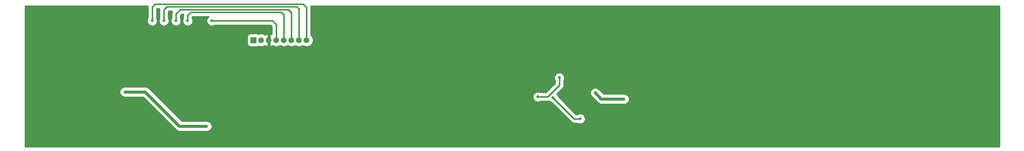
<source format=gbr>
%TF.GenerationSoftware,KiCad,Pcbnew,(5.1.8)-1*%
%TF.CreationDate,2021-02-16T03:44:48+08:00*%
%TF.ProjectId,VFD,5646442e-6b69-4636-9164-5f7063625858,rev?*%
%TF.SameCoordinates,Original*%
%TF.FileFunction,Copper,L2,Bot*%
%TF.FilePolarity,Positive*%
%FSLAX46Y46*%
G04 Gerber Fmt 4.6, Leading zero omitted, Abs format (unit mm)*
G04 Created by KiCad (PCBNEW (5.1.8)-1) date 2021-02-16 03:44:48*
%MOMM*%
%LPD*%
G01*
G04 APERTURE LIST*
%TA.AperFunction,ComponentPad*%
%ADD10O,1.000000X1.000000*%
%TD*%
%TA.AperFunction,ComponentPad*%
%ADD11R,1.000000X1.000000*%
%TD*%
%TA.AperFunction,ViaPad*%
%ADD12C,0.500000*%
%TD*%
%TA.AperFunction,Conductor*%
%ADD13C,0.508000*%
%TD*%
%TA.AperFunction,Conductor*%
%ADD14C,0.254000*%
%TD*%
%TA.AperFunction,Conductor*%
%ADD15C,0.100000*%
%TD*%
G04 APERTURE END LIST*
D10*
%TO.P,J1,8*%
%TO.N,Net-(J1-Pad8)*%
X121636000Y-99096000D03*
%TO.P,J1,7*%
%TO.N,Net-(J1-Pad7)*%
X120366000Y-99096000D03*
%TO.P,J1,6*%
%TO.N,Net-(J1-Pad6)*%
X119096000Y-99096000D03*
%TO.P,J1,5*%
%TO.N,Net-(J1-Pad5)*%
X117826000Y-99096000D03*
%TO.P,J1,4*%
%TO.N,Net-(J1-Pad4)*%
X116556000Y-99096000D03*
%TO.P,J1,3*%
%TO.N,GND*%
X115286000Y-99096000D03*
%TO.P,J1,2*%
%TO.N,EN*%
X114016000Y-99096000D03*
D11*
%TO.P,J1,1*%
%TO.N,+5V*%
X112746000Y-99096000D03*
%TD*%
D12*
%TO.N,GND*%
X237594000Y-93730000D03*
X237594000Y-94730000D03*
X237594000Y-95730000D03*
X237594000Y-96730000D03*
X237594000Y-97730000D03*
X237594000Y-98730000D03*
X237594000Y-99730000D03*
X237594000Y-100730000D03*
X237594000Y-101730000D03*
X237594000Y-102730000D03*
X237594000Y-103730000D03*
X237594000Y-104730000D03*
X237594000Y-105730000D03*
X237594000Y-106730000D03*
X237594000Y-107730000D03*
X237594000Y-108730000D03*
X237594000Y-109730000D03*
X237594000Y-110730000D03*
X237594000Y-111730000D03*
X237594000Y-112730000D03*
X237594000Y-113730000D03*
X237594000Y-114730000D03*
X237594000Y-115730000D03*
X74646000Y-93762000D03*
X74646000Y-94762000D03*
X74646000Y-95762000D03*
X74646000Y-96762000D03*
X74646000Y-97762000D03*
X74646000Y-98762000D03*
X74646000Y-99762000D03*
X74646000Y-100762000D03*
X74646000Y-101762000D03*
X74646000Y-102762000D03*
X74646000Y-103762000D03*
X74646000Y-104762000D03*
X74646000Y-105762000D03*
X74646000Y-106762000D03*
X74646000Y-107762000D03*
X74646000Y-108762000D03*
X74646000Y-109762000D03*
X74646000Y-110762000D03*
X74646000Y-111762000D03*
X74646000Y-112762000D03*
X74646000Y-113762000D03*
X74646000Y-114762000D03*
X74646000Y-115762000D03*
X74646000Y-116762000D03*
X86584000Y-96048000D03*
X99538000Y-100874000D03*
X109698000Y-110526000D03*
X95474000Y-105954000D03*
X134336000Y-112304000D03*
X170912000Y-104176000D03*
X166086000Y-109256000D03*
X110650000Y-97150000D03*
X237594000Y-116622000D03*
%TO.N,+5V*%
X91089000Y-107810000D03*
X104849000Y-113574000D03*
%TO.N,Net-(C4-Pad1)*%
X160498000Y-108647000D03*
X164081000Y-105435000D03*
%TO.N,Net-(J1-Pad8)*%
X95660000Y-95850000D03*
%TO.N,Net-(J1-Pad7)*%
X97660000Y-95850000D03*
%TO.N,Net-(J1-Pad6)*%
X99660000Y-95860000D03*
%TO.N,Net-(J1-Pad5)*%
X101650000Y-95850000D03*
%TO.N,Net-(J1-Pad4)*%
X105670000Y-95850000D03*
%TO.N,Net-(R1-Pad2)*%
X163038000Y-108748000D03*
X167588500Y-112304000D03*
%TO.N,/F2*%
X174976000Y-109002000D03*
X170139000Y-107975000D03*
%TD*%
D13*
%TO.N,+5V*%
X94536000Y-107810000D02*
X91089000Y-107810000D01*
X100300000Y-113574000D02*
X94536000Y-107810000D01*
X104849000Y-113574000D02*
X100300000Y-113574000D01*
D14*
%TO.N,Net-(C4-Pad1)*%
X164081000Y-106689000D02*
X162123000Y-108647000D01*
X164081000Y-105435000D02*
X164081000Y-106689000D01*
X162123000Y-108647000D02*
X160498000Y-108647000D01*
%TO.N,Net-(J1-Pad8)*%
X95660000Y-95850000D02*
X95660000Y-93560000D01*
X95660000Y-93560000D02*
X96155190Y-93064810D01*
X96155190Y-93064810D02*
X121094810Y-93064810D01*
X121636000Y-93606000D02*
X121636000Y-99096000D01*
X121094810Y-93064810D02*
X121636000Y-93606000D01*
%TO.N,Net-(J1-Pad7)*%
X120366000Y-99096000D02*
X120366000Y-93852620D01*
X120366000Y-93852620D02*
X120010000Y-93496620D01*
X120010000Y-93496620D02*
X98153380Y-93496620D01*
X97660000Y-93990000D02*
X97660000Y-95850000D01*
X98153380Y-93496620D02*
X97660000Y-93990000D01*
%TO.N,Net-(J1-Pad6)*%
X99660000Y-95860000D02*
X99660000Y-94668430D01*
X99660000Y-94668430D02*
X100400000Y-93928430D01*
X100400000Y-93928430D02*
X118558430Y-93928430D01*
X119096000Y-94466000D02*
X119096000Y-99096000D01*
X118558430Y-93928430D02*
X119096000Y-94466000D01*
%TO.N,Net-(J1-Pad5)*%
X117826000Y-99096000D02*
X117826000Y-94786240D01*
X117826000Y-94786240D02*
X117400000Y-94360240D01*
X117400000Y-94360240D02*
X102169760Y-94360240D01*
X101650000Y-94880000D02*
X101650000Y-95850000D01*
X102169760Y-94360240D02*
X101650000Y-94880000D01*
%TO.N,Net-(J1-Pad4)*%
X105670000Y-95850000D02*
X115930000Y-95850000D01*
X116556000Y-96476000D02*
X116556000Y-99096000D01*
X115930000Y-95850000D02*
X116556000Y-96476000D01*
%TO.N,Net-(R1-Pad2)*%
X167588500Y-112304000D02*
X166594000Y-112304000D01*
X166594000Y-112304000D02*
X164562000Y-110272000D01*
X164562000Y-110272000D02*
X163038000Y-108748000D01*
D13*
%TO.N,/F2*%
X171166000Y-109002000D02*
X174976000Y-109002000D01*
X170139000Y-107975000D02*
X171166000Y-109002000D01*
%TD*%
D14*
%TO.N,GND*%
X94909027Y-93410622D02*
X94894314Y-93560000D01*
X94898001Y-93597433D01*
X94898000Y-95397455D01*
X94875723Y-95430795D01*
X94809010Y-95591855D01*
X94775000Y-95762835D01*
X94775000Y-95937165D01*
X94809010Y-96108145D01*
X94875723Y-96269205D01*
X94972576Y-96414155D01*
X95095845Y-96537424D01*
X95240795Y-96634277D01*
X95401855Y-96700990D01*
X95572835Y-96735000D01*
X95747165Y-96735000D01*
X95918145Y-96700990D01*
X96079205Y-96634277D01*
X96224155Y-96537424D01*
X96347424Y-96414155D01*
X96444277Y-96269205D01*
X96510990Y-96108145D01*
X96545000Y-95937165D01*
X96545000Y-95762835D01*
X96510990Y-95591855D01*
X96444277Y-95430795D01*
X96422000Y-95397455D01*
X96422000Y-93875630D01*
X96470820Y-93826810D01*
X96913216Y-93826810D01*
X96909026Y-93840623D01*
X96900378Y-93928430D01*
X96894314Y-93990000D01*
X96898000Y-94027424D01*
X96898001Y-95397454D01*
X96875723Y-95430795D01*
X96809010Y-95591855D01*
X96775000Y-95762835D01*
X96775000Y-95937165D01*
X96809010Y-96108145D01*
X96875723Y-96269205D01*
X96972576Y-96414155D01*
X97095845Y-96537424D01*
X97240795Y-96634277D01*
X97401855Y-96700990D01*
X97572835Y-96735000D01*
X97747165Y-96735000D01*
X97918145Y-96700990D01*
X98079205Y-96634277D01*
X98224155Y-96537424D01*
X98347424Y-96414155D01*
X98444277Y-96269205D01*
X98510990Y-96108145D01*
X98545000Y-95937165D01*
X98545000Y-95762835D01*
X98510990Y-95591855D01*
X98444277Y-95430795D01*
X98422000Y-95397455D01*
X98422000Y-94305630D01*
X98469009Y-94258620D01*
X99015026Y-94258620D01*
X98952599Y-94375415D01*
X98909027Y-94519052D01*
X98894314Y-94668430D01*
X98898001Y-94705863D01*
X98898000Y-95407455D01*
X98875723Y-95440795D01*
X98809010Y-95601855D01*
X98775000Y-95772835D01*
X98775000Y-95947165D01*
X98809010Y-96118145D01*
X98875723Y-96279205D01*
X98972576Y-96424155D01*
X99095845Y-96547424D01*
X99240795Y-96644277D01*
X99401855Y-96710990D01*
X99572835Y-96745000D01*
X99747165Y-96745000D01*
X99918145Y-96710990D01*
X100079205Y-96644277D01*
X100224155Y-96547424D01*
X100347424Y-96424155D01*
X100444277Y-96279205D01*
X100510990Y-96118145D01*
X100545000Y-95947165D01*
X100545000Y-95772835D01*
X100510990Y-95601855D01*
X100444277Y-95440795D01*
X100422000Y-95407455D01*
X100422000Y-94984060D01*
X100715631Y-94690430D01*
X100911218Y-94690430D01*
X100899026Y-94730623D01*
X100888000Y-94842574D01*
X100884314Y-94880000D01*
X100888000Y-94917424D01*
X100888001Y-95397454D01*
X100865723Y-95430795D01*
X100799010Y-95591855D01*
X100765000Y-95762835D01*
X100765000Y-95937165D01*
X100799010Y-96108145D01*
X100865723Y-96269205D01*
X100962576Y-96414155D01*
X101085845Y-96537424D01*
X101230795Y-96634277D01*
X101391855Y-96700990D01*
X101562835Y-96735000D01*
X101737165Y-96735000D01*
X101908145Y-96700990D01*
X102069205Y-96634277D01*
X102214155Y-96537424D01*
X102337424Y-96414155D01*
X102434277Y-96269205D01*
X102500990Y-96108145D01*
X102535000Y-95937165D01*
X102535000Y-95762835D01*
X102500990Y-95591855D01*
X102434277Y-95430795D01*
X102412000Y-95397455D01*
X102412000Y-95195630D01*
X102485390Y-95122240D01*
X105166212Y-95122240D01*
X105105845Y-95162576D01*
X104982576Y-95285845D01*
X104885723Y-95430795D01*
X104819010Y-95591855D01*
X104785000Y-95762835D01*
X104785000Y-95937165D01*
X104819010Y-96108145D01*
X104885723Y-96269205D01*
X104982576Y-96414155D01*
X105105845Y-96537424D01*
X105250795Y-96634277D01*
X105411855Y-96700990D01*
X105582835Y-96735000D01*
X105757165Y-96735000D01*
X105928145Y-96700990D01*
X106089205Y-96634277D01*
X106122545Y-96612000D01*
X115614370Y-96612000D01*
X115794000Y-96791630D01*
X115794001Y-98085688D01*
X115642864Y-98018554D01*
X115587874Y-98001881D01*
X115413000Y-98128046D01*
X115413000Y-98969000D01*
X115424026Y-98969000D01*
X115421000Y-98984212D01*
X115421000Y-99207788D01*
X115424026Y-99223000D01*
X115413000Y-99223000D01*
X115413000Y-100063954D01*
X115587874Y-100190119D01*
X115642864Y-100173446D01*
X115846206Y-100083123D01*
X115916342Y-100033647D01*
X116018376Y-100101824D01*
X116224933Y-100187383D01*
X116444212Y-100231000D01*
X116667788Y-100231000D01*
X116887067Y-100187383D01*
X117093624Y-100101824D01*
X117191000Y-100036759D01*
X117288376Y-100101824D01*
X117494933Y-100187383D01*
X117714212Y-100231000D01*
X117937788Y-100231000D01*
X118157067Y-100187383D01*
X118363624Y-100101824D01*
X118461000Y-100036759D01*
X118558376Y-100101824D01*
X118764933Y-100187383D01*
X118984212Y-100231000D01*
X119207788Y-100231000D01*
X119427067Y-100187383D01*
X119633624Y-100101824D01*
X119731000Y-100036759D01*
X119828376Y-100101824D01*
X120034933Y-100187383D01*
X120254212Y-100231000D01*
X120477788Y-100231000D01*
X120697067Y-100187383D01*
X120903624Y-100101824D01*
X121001000Y-100036759D01*
X121098376Y-100101824D01*
X121304933Y-100187383D01*
X121524212Y-100231000D01*
X121747788Y-100231000D01*
X121967067Y-100187383D01*
X122173624Y-100101824D01*
X122359520Y-99977612D01*
X122517612Y-99819520D01*
X122641824Y-99633624D01*
X122727383Y-99427067D01*
X122771000Y-99207788D01*
X122771000Y-98984212D01*
X122727383Y-98764933D01*
X122641824Y-98558376D01*
X122517612Y-98372480D01*
X122398000Y-98252868D01*
X122398000Y-93643422D01*
X122401686Y-93605999D01*
X122397609Y-93564608D01*
X122386974Y-93456622D01*
X122368281Y-93395000D01*
X237975001Y-93395000D01*
X237975000Y-117025000D01*
X74345000Y-117025000D01*
X74345000Y-107810000D01*
X90195699Y-107810000D01*
X90204000Y-107894279D01*
X90204000Y-107897165D01*
X90204563Y-107899996D01*
X90212864Y-107984274D01*
X90237447Y-108065315D01*
X90238010Y-108068145D01*
X90239114Y-108070810D01*
X90263697Y-108151851D01*
X90303619Y-108226540D01*
X90304723Y-108229205D01*
X90306326Y-108231604D01*
X90346247Y-108306291D01*
X90399974Y-108371757D01*
X90401576Y-108374155D01*
X90403616Y-108376195D01*
X90457341Y-108441659D01*
X90522805Y-108495384D01*
X90524845Y-108497424D01*
X90527243Y-108499026D01*
X90592709Y-108552753D01*
X90667396Y-108592674D01*
X90669795Y-108594277D01*
X90672460Y-108595381D01*
X90747149Y-108635303D01*
X90828190Y-108659886D01*
X90830855Y-108660990D01*
X90833685Y-108661553D01*
X90914726Y-108686136D01*
X90999004Y-108694437D01*
X91001835Y-108695000D01*
X91004721Y-108695000D01*
X91045333Y-108699000D01*
X94167765Y-108699000D01*
X99640506Y-114171742D01*
X99668341Y-114205659D01*
X99803709Y-114316753D01*
X99958149Y-114399303D01*
X100042829Y-114424990D01*
X100125725Y-114450136D01*
X100142325Y-114451771D01*
X100256333Y-114463000D01*
X100256340Y-114463000D01*
X100300000Y-114467300D01*
X100343660Y-114463000D01*
X104892667Y-114463000D01*
X104933279Y-114459000D01*
X104936165Y-114459000D01*
X104938996Y-114458437D01*
X105023274Y-114450136D01*
X105104315Y-114425553D01*
X105107145Y-114424990D01*
X105109810Y-114423886D01*
X105190851Y-114399303D01*
X105265540Y-114359381D01*
X105268205Y-114358277D01*
X105270604Y-114356674D01*
X105345291Y-114316753D01*
X105410757Y-114263026D01*
X105413155Y-114261424D01*
X105415195Y-114259384D01*
X105480659Y-114205659D01*
X105534384Y-114140195D01*
X105536424Y-114138155D01*
X105538026Y-114135757D01*
X105591753Y-114070291D01*
X105631674Y-113995604D01*
X105633277Y-113993205D01*
X105634381Y-113990540D01*
X105674303Y-113915851D01*
X105698886Y-113834810D01*
X105699990Y-113832145D01*
X105700553Y-113829315D01*
X105725136Y-113748274D01*
X105733437Y-113663996D01*
X105734000Y-113661165D01*
X105734000Y-113658279D01*
X105742301Y-113574000D01*
X105734000Y-113489721D01*
X105734000Y-113486835D01*
X105733437Y-113484004D01*
X105725136Y-113399726D01*
X105700553Y-113318685D01*
X105699990Y-113315855D01*
X105698886Y-113313190D01*
X105674303Y-113232149D01*
X105634381Y-113157460D01*
X105633277Y-113154795D01*
X105631674Y-113152396D01*
X105591753Y-113077709D01*
X105538026Y-113012243D01*
X105536424Y-113009845D01*
X105534384Y-113007805D01*
X105480659Y-112942341D01*
X105415195Y-112888616D01*
X105413155Y-112886576D01*
X105410757Y-112884974D01*
X105345291Y-112831247D01*
X105270604Y-112791326D01*
X105268205Y-112789723D01*
X105265540Y-112788619D01*
X105190851Y-112748697D01*
X105109810Y-112724114D01*
X105107145Y-112723010D01*
X105104315Y-112722447D01*
X105023274Y-112697864D01*
X104938996Y-112689563D01*
X104936165Y-112689000D01*
X104933279Y-112689000D01*
X104892667Y-112685000D01*
X100668236Y-112685000D01*
X96543071Y-108559835D01*
X159613000Y-108559835D01*
X159613000Y-108734165D01*
X159647010Y-108905145D01*
X159713723Y-109066205D01*
X159810576Y-109211155D01*
X159933845Y-109334424D01*
X160078795Y-109431277D01*
X160239855Y-109497990D01*
X160410835Y-109532000D01*
X160585165Y-109532000D01*
X160756145Y-109497990D01*
X160917205Y-109431277D01*
X160950545Y-109409000D01*
X162085577Y-109409000D01*
X162123000Y-109412686D01*
X162160423Y-109409000D01*
X162160426Y-109409000D01*
X162272378Y-109397974D01*
X162398221Y-109359800D01*
X162473845Y-109435424D01*
X162618795Y-109532277D01*
X162779855Y-109598990D01*
X162819182Y-109606813D01*
X164049648Y-110837279D01*
X164049653Y-110837283D01*
X166028721Y-112816352D01*
X166052578Y-112845422D01*
X166081648Y-112869279D01*
X166168607Y-112940645D01*
X166235237Y-112976259D01*
X166300985Y-113011402D01*
X166444622Y-113054974D01*
X166556574Y-113066000D01*
X166556577Y-113066000D01*
X166594000Y-113069686D01*
X166631423Y-113066000D01*
X167135955Y-113066000D01*
X167169295Y-113088277D01*
X167330355Y-113154990D01*
X167501335Y-113189000D01*
X167675665Y-113189000D01*
X167846645Y-113154990D01*
X168007705Y-113088277D01*
X168152655Y-112991424D01*
X168275924Y-112868155D01*
X168372777Y-112723205D01*
X168439490Y-112562145D01*
X168473500Y-112391165D01*
X168473500Y-112216835D01*
X168439490Y-112045855D01*
X168372777Y-111884795D01*
X168275924Y-111739845D01*
X168152655Y-111616576D01*
X168007705Y-111519723D01*
X167846645Y-111453010D01*
X167675665Y-111419000D01*
X167501335Y-111419000D01*
X167330355Y-111453010D01*
X167169295Y-111519723D01*
X167135955Y-111542000D01*
X166909631Y-111542000D01*
X165127283Y-109759653D01*
X165127279Y-109759648D01*
X163896813Y-108529182D01*
X163888990Y-108489855D01*
X163822277Y-108328795D01*
X163725424Y-108183845D01*
X163694605Y-108153026D01*
X163872631Y-107975000D01*
X169245700Y-107975000D01*
X169254000Y-108059274D01*
X169254000Y-108062165D01*
X169254564Y-108065001D01*
X169262864Y-108149274D01*
X169287446Y-108230312D01*
X169288010Y-108233145D01*
X169289115Y-108235814D01*
X169313698Y-108316852D01*
X169353617Y-108391534D01*
X169354723Y-108394205D01*
X169356329Y-108396609D01*
X169396248Y-108471291D01*
X169449970Y-108536752D01*
X169451576Y-108539155D01*
X169453620Y-108541199D01*
X169479505Y-108572740D01*
X170506501Y-109599736D01*
X170534341Y-109633659D01*
X170669709Y-109744753D01*
X170824149Y-109827303D01*
X170887787Y-109846607D01*
X170991724Y-109878136D01*
X171024924Y-109881406D01*
X171122333Y-109891000D01*
X171122339Y-109891000D01*
X171165999Y-109895300D01*
X171209659Y-109891000D01*
X175019667Y-109891000D01*
X175060279Y-109887000D01*
X175063165Y-109887000D01*
X175065996Y-109886437D01*
X175150274Y-109878136D01*
X175231315Y-109853553D01*
X175234145Y-109852990D01*
X175236810Y-109851886D01*
X175317851Y-109827303D01*
X175392540Y-109787381D01*
X175395205Y-109786277D01*
X175397604Y-109784674D01*
X175472291Y-109744753D01*
X175537757Y-109691026D01*
X175540155Y-109689424D01*
X175542195Y-109687384D01*
X175607659Y-109633659D01*
X175661384Y-109568195D01*
X175663424Y-109566155D01*
X175665026Y-109563757D01*
X175718753Y-109498291D01*
X175758674Y-109423604D01*
X175760277Y-109421205D01*
X175761381Y-109418540D01*
X175801303Y-109343851D01*
X175825886Y-109262810D01*
X175826990Y-109260145D01*
X175827553Y-109257315D01*
X175852136Y-109176274D01*
X175860437Y-109091996D01*
X175861000Y-109089165D01*
X175861000Y-109086279D01*
X175869301Y-109002000D01*
X175861000Y-108917721D01*
X175861000Y-108914835D01*
X175860437Y-108912004D01*
X175852136Y-108827726D01*
X175827553Y-108746685D01*
X175826990Y-108743855D01*
X175825886Y-108741190D01*
X175801303Y-108660149D01*
X175761381Y-108585460D01*
X175760277Y-108582795D01*
X175758674Y-108580396D01*
X175718753Y-108505709D01*
X175665026Y-108440243D01*
X175663424Y-108437845D01*
X175661384Y-108435805D01*
X175607659Y-108370341D01*
X175542195Y-108316616D01*
X175540155Y-108314576D01*
X175537757Y-108312974D01*
X175472291Y-108259247D01*
X175397604Y-108219326D01*
X175395205Y-108217723D01*
X175392540Y-108216619D01*
X175317851Y-108176697D01*
X175236810Y-108152114D01*
X175234145Y-108151010D01*
X175231315Y-108150447D01*
X175150274Y-108125864D01*
X175065996Y-108117563D01*
X175063165Y-108117000D01*
X175060279Y-108117000D01*
X175019667Y-108113000D01*
X171534235Y-108113000D01*
X170736740Y-107315505D01*
X170705199Y-107289620D01*
X170703155Y-107287576D01*
X170700752Y-107285970D01*
X170635291Y-107232248D01*
X170560609Y-107192329D01*
X170558205Y-107190723D01*
X170555534Y-107189617D01*
X170480852Y-107149698D01*
X170399814Y-107125115D01*
X170397145Y-107124010D01*
X170394312Y-107123446D01*
X170313274Y-107098864D01*
X170229001Y-107090564D01*
X170226165Y-107090000D01*
X170223274Y-107090000D01*
X170139000Y-107081700D01*
X170054726Y-107090000D01*
X170051835Y-107090000D01*
X170048999Y-107090564D01*
X169964726Y-107098864D01*
X169883688Y-107123446D01*
X169880855Y-107124010D01*
X169878186Y-107125115D01*
X169797148Y-107149698D01*
X169722466Y-107189617D01*
X169719795Y-107190723D01*
X169717391Y-107192329D01*
X169642709Y-107232248D01*
X169577247Y-107285971D01*
X169574845Y-107287576D01*
X169572803Y-107289618D01*
X169507341Y-107343341D01*
X169453618Y-107408803D01*
X169451576Y-107410845D01*
X169449971Y-107413247D01*
X169396248Y-107478709D01*
X169356329Y-107553391D01*
X169354723Y-107555795D01*
X169353617Y-107558466D01*
X169313698Y-107633148D01*
X169289115Y-107714186D01*
X169288010Y-107716855D01*
X169287446Y-107719688D01*
X169262864Y-107800726D01*
X169254564Y-107884999D01*
X169254000Y-107887835D01*
X169254000Y-107890726D01*
X169245700Y-107975000D01*
X163872631Y-107975000D01*
X164593352Y-107254279D01*
X164622422Y-107230422D01*
X164717645Y-107114392D01*
X164788402Y-106982015D01*
X164831974Y-106838378D01*
X164843000Y-106726426D01*
X164843000Y-106726424D01*
X164846686Y-106689001D01*
X164843000Y-106651578D01*
X164843000Y-105887545D01*
X164865277Y-105854205D01*
X164931990Y-105693145D01*
X164966000Y-105522165D01*
X164966000Y-105347835D01*
X164931990Y-105176855D01*
X164865277Y-105015795D01*
X164768424Y-104870845D01*
X164645155Y-104747576D01*
X164500205Y-104650723D01*
X164339145Y-104584010D01*
X164168165Y-104550000D01*
X163993835Y-104550000D01*
X163822855Y-104584010D01*
X163661795Y-104650723D01*
X163516845Y-104747576D01*
X163393576Y-104870845D01*
X163296723Y-105015795D01*
X163230010Y-105176855D01*
X163196000Y-105347835D01*
X163196000Y-105522165D01*
X163230010Y-105693145D01*
X163296723Y-105854205D01*
X163319000Y-105887545D01*
X163319001Y-106373368D01*
X161807370Y-107885000D01*
X160950545Y-107885000D01*
X160917205Y-107862723D01*
X160756145Y-107796010D01*
X160585165Y-107762000D01*
X160410835Y-107762000D01*
X160239855Y-107796010D01*
X160078795Y-107862723D01*
X159933845Y-107959576D01*
X159810576Y-108082845D01*
X159713723Y-108227795D01*
X159647010Y-108388855D01*
X159613000Y-108559835D01*
X96543071Y-108559835D01*
X95195499Y-107212264D01*
X95167659Y-107178341D01*
X95032291Y-107067247D01*
X94877851Y-106984697D01*
X94710274Y-106933864D01*
X94579667Y-106921000D01*
X94579660Y-106921000D01*
X94536000Y-106916700D01*
X94492340Y-106921000D01*
X91045333Y-106921000D01*
X91004721Y-106925000D01*
X91001835Y-106925000D01*
X90999004Y-106925563D01*
X90914726Y-106933864D01*
X90833685Y-106958447D01*
X90830855Y-106959010D01*
X90828190Y-106960114D01*
X90747149Y-106984697D01*
X90672460Y-107024619D01*
X90669795Y-107025723D01*
X90667396Y-107027326D01*
X90592709Y-107067247D01*
X90527243Y-107120974D01*
X90524845Y-107122576D01*
X90522805Y-107124616D01*
X90457341Y-107178341D01*
X90403616Y-107243805D01*
X90401576Y-107245845D01*
X90399974Y-107248243D01*
X90346247Y-107313709D01*
X90306326Y-107388396D01*
X90304723Y-107390795D01*
X90303619Y-107393460D01*
X90263697Y-107468149D01*
X90239114Y-107549190D01*
X90238010Y-107551855D01*
X90237447Y-107554685D01*
X90212864Y-107635726D01*
X90204563Y-107720004D01*
X90204000Y-107722835D01*
X90204000Y-107725721D01*
X90195699Y-107810000D01*
X74345000Y-107810000D01*
X74345000Y-98596000D01*
X111607928Y-98596000D01*
X111607928Y-99596000D01*
X111620188Y-99720482D01*
X111656498Y-99840180D01*
X111715463Y-99950494D01*
X111794815Y-100047185D01*
X111891506Y-100126537D01*
X112001820Y-100185502D01*
X112121518Y-100221812D01*
X112246000Y-100234072D01*
X113246000Y-100234072D01*
X113370482Y-100221812D01*
X113490180Y-100185502D01*
X113573226Y-100141112D01*
X113684933Y-100187383D01*
X113904212Y-100231000D01*
X114127788Y-100231000D01*
X114347067Y-100187383D01*
X114553624Y-100101824D01*
X114655658Y-100033647D01*
X114725794Y-100083123D01*
X114929136Y-100173446D01*
X114984126Y-100190119D01*
X115159000Y-100063954D01*
X115159000Y-99223000D01*
X115147974Y-99223000D01*
X115151000Y-99207788D01*
X115151000Y-98984212D01*
X115147974Y-98969000D01*
X115159000Y-98969000D01*
X115159000Y-98128046D01*
X114984126Y-98001881D01*
X114929136Y-98018554D01*
X114725794Y-98108877D01*
X114655658Y-98158353D01*
X114553624Y-98090176D01*
X114347067Y-98004617D01*
X114127788Y-97961000D01*
X113904212Y-97961000D01*
X113684933Y-98004617D01*
X113573226Y-98050888D01*
X113490180Y-98006498D01*
X113370482Y-97970188D01*
X113246000Y-97957928D01*
X112246000Y-97957928D01*
X112121518Y-97970188D01*
X112001820Y-98006498D01*
X111891506Y-98065463D01*
X111794815Y-98144815D01*
X111715463Y-98241506D01*
X111656498Y-98351820D01*
X111620188Y-98471518D01*
X111607928Y-98596000D01*
X74345000Y-98596000D01*
X74345000Y-93395000D01*
X94913766Y-93395000D01*
X94909027Y-93410622D01*
%TA.AperFunction,Conductor*%
D15*
G36*
X94909027Y-93410622D02*
G01*
X94894314Y-93560000D01*
X94898001Y-93597433D01*
X94898000Y-95397455D01*
X94875723Y-95430795D01*
X94809010Y-95591855D01*
X94775000Y-95762835D01*
X94775000Y-95937165D01*
X94809010Y-96108145D01*
X94875723Y-96269205D01*
X94972576Y-96414155D01*
X95095845Y-96537424D01*
X95240795Y-96634277D01*
X95401855Y-96700990D01*
X95572835Y-96735000D01*
X95747165Y-96735000D01*
X95918145Y-96700990D01*
X96079205Y-96634277D01*
X96224155Y-96537424D01*
X96347424Y-96414155D01*
X96444277Y-96269205D01*
X96510990Y-96108145D01*
X96545000Y-95937165D01*
X96545000Y-95762835D01*
X96510990Y-95591855D01*
X96444277Y-95430795D01*
X96422000Y-95397455D01*
X96422000Y-93875630D01*
X96470820Y-93826810D01*
X96913216Y-93826810D01*
X96909026Y-93840623D01*
X96900378Y-93928430D01*
X96894314Y-93990000D01*
X96898000Y-94027424D01*
X96898001Y-95397454D01*
X96875723Y-95430795D01*
X96809010Y-95591855D01*
X96775000Y-95762835D01*
X96775000Y-95937165D01*
X96809010Y-96108145D01*
X96875723Y-96269205D01*
X96972576Y-96414155D01*
X97095845Y-96537424D01*
X97240795Y-96634277D01*
X97401855Y-96700990D01*
X97572835Y-96735000D01*
X97747165Y-96735000D01*
X97918145Y-96700990D01*
X98079205Y-96634277D01*
X98224155Y-96537424D01*
X98347424Y-96414155D01*
X98444277Y-96269205D01*
X98510990Y-96108145D01*
X98545000Y-95937165D01*
X98545000Y-95762835D01*
X98510990Y-95591855D01*
X98444277Y-95430795D01*
X98422000Y-95397455D01*
X98422000Y-94305630D01*
X98469009Y-94258620D01*
X99015026Y-94258620D01*
X98952599Y-94375415D01*
X98909027Y-94519052D01*
X98894314Y-94668430D01*
X98898001Y-94705863D01*
X98898000Y-95407455D01*
X98875723Y-95440795D01*
X98809010Y-95601855D01*
X98775000Y-95772835D01*
X98775000Y-95947165D01*
X98809010Y-96118145D01*
X98875723Y-96279205D01*
X98972576Y-96424155D01*
X99095845Y-96547424D01*
X99240795Y-96644277D01*
X99401855Y-96710990D01*
X99572835Y-96745000D01*
X99747165Y-96745000D01*
X99918145Y-96710990D01*
X100079205Y-96644277D01*
X100224155Y-96547424D01*
X100347424Y-96424155D01*
X100444277Y-96279205D01*
X100510990Y-96118145D01*
X100545000Y-95947165D01*
X100545000Y-95772835D01*
X100510990Y-95601855D01*
X100444277Y-95440795D01*
X100422000Y-95407455D01*
X100422000Y-94984060D01*
X100715631Y-94690430D01*
X100911218Y-94690430D01*
X100899026Y-94730623D01*
X100888000Y-94842574D01*
X100884314Y-94880000D01*
X100888000Y-94917424D01*
X100888001Y-95397454D01*
X100865723Y-95430795D01*
X100799010Y-95591855D01*
X100765000Y-95762835D01*
X100765000Y-95937165D01*
X100799010Y-96108145D01*
X100865723Y-96269205D01*
X100962576Y-96414155D01*
X101085845Y-96537424D01*
X101230795Y-96634277D01*
X101391855Y-96700990D01*
X101562835Y-96735000D01*
X101737165Y-96735000D01*
X101908145Y-96700990D01*
X102069205Y-96634277D01*
X102214155Y-96537424D01*
X102337424Y-96414155D01*
X102434277Y-96269205D01*
X102500990Y-96108145D01*
X102535000Y-95937165D01*
X102535000Y-95762835D01*
X102500990Y-95591855D01*
X102434277Y-95430795D01*
X102412000Y-95397455D01*
X102412000Y-95195630D01*
X102485390Y-95122240D01*
X105166212Y-95122240D01*
X105105845Y-95162576D01*
X104982576Y-95285845D01*
X104885723Y-95430795D01*
X104819010Y-95591855D01*
X104785000Y-95762835D01*
X104785000Y-95937165D01*
X104819010Y-96108145D01*
X104885723Y-96269205D01*
X104982576Y-96414155D01*
X105105845Y-96537424D01*
X105250795Y-96634277D01*
X105411855Y-96700990D01*
X105582835Y-96735000D01*
X105757165Y-96735000D01*
X105928145Y-96700990D01*
X106089205Y-96634277D01*
X106122545Y-96612000D01*
X115614370Y-96612000D01*
X115794000Y-96791630D01*
X115794001Y-98085688D01*
X115642864Y-98018554D01*
X115587874Y-98001881D01*
X115413000Y-98128046D01*
X115413000Y-98969000D01*
X115424026Y-98969000D01*
X115421000Y-98984212D01*
X115421000Y-99207788D01*
X115424026Y-99223000D01*
X115413000Y-99223000D01*
X115413000Y-100063954D01*
X115587874Y-100190119D01*
X115642864Y-100173446D01*
X115846206Y-100083123D01*
X115916342Y-100033647D01*
X116018376Y-100101824D01*
X116224933Y-100187383D01*
X116444212Y-100231000D01*
X116667788Y-100231000D01*
X116887067Y-100187383D01*
X117093624Y-100101824D01*
X117191000Y-100036759D01*
X117288376Y-100101824D01*
X117494933Y-100187383D01*
X117714212Y-100231000D01*
X117937788Y-100231000D01*
X118157067Y-100187383D01*
X118363624Y-100101824D01*
X118461000Y-100036759D01*
X118558376Y-100101824D01*
X118764933Y-100187383D01*
X118984212Y-100231000D01*
X119207788Y-100231000D01*
X119427067Y-100187383D01*
X119633624Y-100101824D01*
X119731000Y-100036759D01*
X119828376Y-100101824D01*
X120034933Y-100187383D01*
X120254212Y-100231000D01*
X120477788Y-100231000D01*
X120697067Y-100187383D01*
X120903624Y-100101824D01*
X121001000Y-100036759D01*
X121098376Y-100101824D01*
X121304933Y-100187383D01*
X121524212Y-100231000D01*
X121747788Y-100231000D01*
X121967067Y-100187383D01*
X122173624Y-100101824D01*
X122359520Y-99977612D01*
X122517612Y-99819520D01*
X122641824Y-99633624D01*
X122727383Y-99427067D01*
X122771000Y-99207788D01*
X122771000Y-98984212D01*
X122727383Y-98764933D01*
X122641824Y-98558376D01*
X122517612Y-98372480D01*
X122398000Y-98252868D01*
X122398000Y-93643422D01*
X122401686Y-93605999D01*
X122397609Y-93564608D01*
X122386974Y-93456622D01*
X122368281Y-93395000D01*
X237975001Y-93395000D01*
X237975000Y-117025000D01*
X74345000Y-117025000D01*
X74345000Y-107810000D01*
X90195699Y-107810000D01*
X90204000Y-107894279D01*
X90204000Y-107897165D01*
X90204563Y-107899996D01*
X90212864Y-107984274D01*
X90237447Y-108065315D01*
X90238010Y-108068145D01*
X90239114Y-108070810D01*
X90263697Y-108151851D01*
X90303619Y-108226540D01*
X90304723Y-108229205D01*
X90306326Y-108231604D01*
X90346247Y-108306291D01*
X90399974Y-108371757D01*
X90401576Y-108374155D01*
X90403616Y-108376195D01*
X90457341Y-108441659D01*
X90522805Y-108495384D01*
X90524845Y-108497424D01*
X90527243Y-108499026D01*
X90592709Y-108552753D01*
X90667396Y-108592674D01*
X90669795Y-108594277D01*
X90672460Y-108595381D01*
X90747149Y-108635303D01*
X90828190Y-108659886D01*
X90830855Y-108660990D01*
X90833685Y-108661553D01*
X90914726Y-108686136D01*
X90999004Y-108694437D01*
X91001835Y-108695000D01*
X91004721Y-108695000D01*
X91045333Y-108699000D01*
X94167765Y-108699000D01*
X99640506Y-114171742D01*
X99668341Y-114205659D01*
X99803709Y-114316753D01*
X99958149Y-114399303D01*
X100042829Y-114424990D01*
X100125725Y-114450136D01*
X100142325Y-114451771D01*
X100256333Y-114463000D01*
X100256340Y-114463000D01*
X100300000Y-114467300D01*
X100343660Y-114463000D01*
X104892667Y-114463000D01*
X104933279Y-114459000D01*
X104936165Y-114459000D01*
X104938996Y-114458437D01*
X105023274Y-114450136D01*
X105104315Y-114425553D01*
X105107145Y-114424990D01*
X105109810Y-114423886D01*
X105190851Y-114399303D01*
X105265540Y-114359381D01*
X105268205Y-114358277D01*
X105270604Y-114356674D01*
X105345291Y-114316753D01*
X105410757Y-114263026D01*
X105413155Y-114261424D01*
X105415195Y-114259384D01*
X105480659Y-114205659D01*
X105534384Y-114140195D01*
X105536424Y-114138155D01*
X105538026Y-114135757D01*
X105591753Y-114070291D01*
X105631674Y-113995604D01*
X105633277Y-113993205D01*
X105634381Y-113990540D01*
X105674303Y-113915851D01*
X105698886Y-113834810D01*
X105699990Y-113832145D01*
X105700553Y-113829315D01*
X105725136Y-113748274D01*
X105733437Y-113663996D01*
X105734000Y-113661165D01*
X105734000Y-113658279D01*
X105742301Y-113574000D01*
X105734000Y-113489721D01*
X105734000Y-113486835D01*
X105733437Y-113484004D01*
X105725136Y-113399726D01*
X105700553Y-113318685D01*
X105699990Y-113315855D01*
X105698886Y-113313190D01*
X105674303Y-113232149D01*
X105634381Y-113157460D01*
X105633277Y-113154795D01*
X105631674Y-113152396D01*
X105591753Y-113077709D01*
X105538026Y-113012243D01*
X105536424Y-113009845D01*
X105534384Y-113007805D01*
X105480659Y-112942341D01*
X105415195Y-112888616D01*
X105413155Y-112886576D01*
X105410757Y-112884974D01*
X105345291Y-112831247D01*
X105270604Y-112791326D01*
X105268205Y-112789723D01*
X105265540Y-112788619D01*
X105190851Y-112748697D01*
X105109810Y-112724114D01*
X105107145Y-112723010D01*
X105104315Y-112722447D01*
X105023274Y-112697864D01*
X104938996Y-112689563D01*
X104936165Y-112689000D01*
X104933279Y-112689000D01*
X104892667Y-112685000D01*
X100668236Y-112685000D01*
X96543071Y-108559835D01*
X159613000Y-108559835D01*
X159613000Y-108734165D01*
X159647010Y-108905145D01*
X159713723Y-109066205D01*
X159810576Y-109211155D01*
X159933845Y-109334424D01*
X160078795Y-109431277D01*
X160239855Y-109497990D01*
X160410835Y-109532000D01*
X160585165Y-109532000D01*
X160756145Y-109497990D01*
X160917205Y-109431277D01*
X160950545Y-109409000D01*
X162085577Y-109409000D01*
X162123000Y-109412686D01*
X162160423Y-109409000D01*
X162160426Y-109409000D01*
X162272378Y-109397974D01*
X162398221Y-109359800D01*
X162473845Y-109435424D01*
X162618795Y-109532277D01*
X162779855Y-109598990D01*
X162819182Y-109606813D01*
X164049648Y-110837279D01*
X164049653Y-110837283D01*
X166028721Y-112816352D01*
X166052578Y-112845422D01*
X166081648Y-112869279D01*
X166168607Y-112940645D01*
X166235237Y-112976259D01*
X166300985Y-113011402D01*
X166444622Y-113054974D01*
X166556574Y-113066000D01*
X166556577Y-113066000D01*
X166594000Y-113069686D01*
X166631423Y-113066000D01*
X167135955Y-113066000D01*
X167169295Y-113088277D01*
X167330355Y-113154990D01*
X167501335Y-113189000D01*
X167675665Y-113189000D01*
X167846645Y-113154990D01*
X168007705Y-113088277D01*
X168152655Y-112991424D01*
X168275924Y-112868155D01*
X168372777Y-112723205D01*
X168439490Y-112562145D01*
X168473500Y-112391165D01*
X168473500Y-112216835D01*
X168439490Y-112045855D01*
X168372777Y-111884795D01*
X168275924Y-111739845D01*
X168152655Y-111616576D01*
X168007705Y-111519723D01*
X167846645Y-111453010D01*
X167675665Y-111419000D01*
X167501335Y-111419000D01*
X167330355Y-111453010D01*
X167169295Y-111519723D01*
X167135955Y-111542000D01*
X166909631Y-111542000D01*
X165127283Y-109759653D01*
X165127279Y-109759648D01*
X163896813Y-108529182D01*
X163888990Y-108489855D01*
X163822277Y-108328795D01*
X163725424Y-108183845D01*
X163694605Y-108153026D01*
X163872631Y-107975000D01*
X169245700Y-107975000D01*
X169254000Y-108059274D01*
X169254000Y-108062165D01*
X169254564Y-108065001D01*
X169262864Y-108149274D01*
X169287446Y-108230312D01*
X169288010Y-108233145D01*
X169289115Y-108235814D01*
X169313698Y-108316852D01*
X169353617Y-108391534D01*
X169354723Y-108394205D01*
X169356329Y-108396609D01*
X169396248Y-108471291D01*
X169449970Y-108536752D01*
X169451576Y-108539155D01*
X169453620Y-108541199D01*
X169479505Y-108572740D01*
X170506501Y-109599736D01*
X170534341Y-109633659D01*
X170669709Y-109744753D01*
X170824149Y-109827303D01*
X170887787Y-109846607D01*
X170991724Y-109878136D01*
X171024924Y-109881406D01*
X171122333Y-109891000D01*
X171122339Y-109891000D01*
X171165999Y-109895300D01*
X171209659Y-109891000D01*
X175019667Y-109891000D01*
X175060279Y-109887000D01*
X175063165Y-109887000D01*
X175065996Y-109886437D01*
X175150274Y-109878136D01*
X175231315Y-109853553D01*
X175234145Y-109852990D01*
X175236810Y-109851886D01*
X175317851Y-109827303D01*
X175392540Y-109787381D01*
X175395205Y-109786277D01*
X175397604Y-109784674D01*
X175472291Y-109744753D01*
X175537757Y-109691026D01*
X175540155Y-109689424D01*
X175542195Y-109687384D01*
X175607659Y-109633659D01*
X175661384Y-109568195D01*
X175663424Y-109566155D01*
X175665026Y-109563757D01*
X175718753Y-109498291D01*
X175758674Y-109423604D01*
X175760277Y-109421205D01*
X175761381Y-109418540D01*
X175801303Y-109343851D01*
X175825886Y-109262810D01*
X175826990Y-109260145D01*
X175827553Y-109257315D01*
X175852136Y-109176274D01*
X175860437Y-109091996D01*
X175861000Y-109089165D01*
X175861000Y-109086279D01*
X175869301Y-109002000D01*
X175861000Y-108917721D01*
X175861000Y-108914835D01*
X175860437Y-108912004D01*
X175852136Y-108827726D01*
X175827553Y-108746685D01*
X175826990Y-108743855D01*
X175825886Y-108741190D01*
X175801303Y-108660149D01*
X175761381Y-108585460D01*
X175760277Y-108582795D01*
X175758674Y-108580396D01*
X175718753Y-108505709D01*
X175665026Y-108440243D01*
X175663424Y-108437845D01*
X175661384Y-108435805D01*
X175607659Y-108370341D01*
X175542195Y-108316616D01*
X175540155Y-108314576D01*
X175537757Y-108312974D01*
X175472291Y-108259247D01*
X175397604Y-108219326D01*
X175395205Y-108217723D01*
X175392540Y-108216619D01*
X175317851Y-108176697D01*
X175236810Y-108152114D01*
X175234145Y-108151010D01*
X175231315Y-108150447D01*
X175150274Y-108125864D01*
X175065996Y-108117563D01*
X175063165Y-108117000D01*
X175060279Y-108117000D01*
X175019667Y-108113000D01*
X171534235Y-108113000D01*
X170736740Y-107315505D01*
X170705199Y-107289620D01*
X170703155Y-107287576D01*
X170700752Y-107285970D01*
X170635291Y-107232248D01*
X170560609Y-107192329D01*
X170558205Y-107190723D01*
X170555534Y-107189617D01*
X170480852Y-107149698D01*
X170399814Y-107125115D01*
X170397145Y-107124010D01*
X170394312Y-107123446D01*
X170313274Y-107098864D01*
X170229001Y-107090564D01*
X170226165Y-107090000D01*
X170223274Y-107090000D01*
X170139000Y-107081700D01*
X170054726Y-107090000D01*
X170051835Y-107090000D01*
X170048999Y-107090564D01*
X169964726Y-107098864D01*
X169883688Y-107123446D01*
X169880855Y-107124010D01*
X169878186Y-107125115D01*
X169797148Y-107149698D01*
X169722466Y-107189617D01*
X169719795Y-107190723D01*
X169717391Y-107192329D01*
X169642709Y-107232248D01*
X169577247Y-107285971D01*
X169574845Y-107287576D01*
X169572803Y-107289618D01*
X169507341Y-107343341D01*
X169453618Y-107408803D01*
X169451576Y-107410845D01*
X169449971Y-107413247D01*
X169396248Y-107478709D01*
X169356329Y-107553391D01*
X169354723Y-107555795D01*
X169353617Y-107558466D01*
X169313698Y-107633148D01*
X169289115Y-107714186D01*
X169288010Y-107716855D01*
X169287446Y-107719688D01*
X169262864Y-107800726D01*
X169254564Y-107884999D01*
X169254000Y-107887835D01*
X169254000Y-107890726D01*
X169245700Y-107975000D01*
X163872631Y-107975000D01*
X164593352Y-107254279D01*
X164622422Y-107230422D01*
X164717645Y-107114392D01*
X164788402Y-106982015D01*
X164831974Y-106838378D01*
X164843000Y-106726426D01*
X164843000Y-106726424D01*
X164846686Y-106689001D01*
X164843000Y-106651578D01*
X164843000Y-105887545D01*
X164865277Y-105854205D01*
X164931990Y-105693145D01*
X164966000Y-105522165D01*
X164966000Y-105347835D01*
X164931990Y-105176855D01*
X164865277Y-105015795D01*
X164768424Y-104870845D01*
X164645155Y-104747576D01*
X164500205Y-104650723D01*
X164339145Y-104584010D01*
X164168165Y-104550000D01*
X163993835Y-104550000D01*
X163822855Y-104584010D01*
X163661795Y-104650723D01*
X163516845Y-104747576D01*
X163393576Y-104870845D01*
X163296723Y-105015795D01*
X163230010Y-105176855D01*
X163196000Y-105347835D01*
X163196000Y-105522165D01*
X163230010Y-105693145D01*
X163296723Y-105854205D01*
X163319000Y-105887545D01*
X163319001Y-106373368D01*
X161807370Y-107885000D01*
X160950545Y-107885000D01*
X160917205Y-107862723D01*
X160756145Y-107796010D01*
X160585165Y-107762000D01*
X160410835Y-107762000D01*
X160239855Y-107796010D01*
X160078795Y-107862723D01*
X159933845Y-107959576D01*
X159810576Y-108082845D01*
X159713723Y-108227795D01*
X159647010Y-108388855D01*
X159613000Y-108559835D01*
X96543071Y-108559835D01*
X95195499Y-107212264D01*
X95167659Y-107178341D01*
X95032291Y-107067247D01*
X94877851Y-106984697D01*
X94710274Y-106933864D01*
X94579667Y-106921000D01*
X94579660Y-106921000D01*
X94536000Y-106916700D01*
X94492340Y-106921000D01*
X91045333Y-106921000D01*
X91004721Y-106925000D01*
X91001835Y-106925000D01*
X90999004Y-106925563D01*
X90914726Y-106933864D01*
X90833685Y-106958447D01*
X90830855Y-106959010D01*
X90828190Y-106960114D01*
X90747149Y-106984697D01*
X90672460Y-107024619D01*
X90669795Y-107025723D01*
X90667396Y-107027326D01*
X90592709Y-107067247D01*
X90527243Y-107120974D01*
X90524845Y-107122576D01*
X90522805Y-107124616D01*
X90457341Y-107178341D01*
X90403616Y-107243805D01*
X90401576Y-107245845D01*
X90399974Y-107248243D01*
X90346247Y-107313709D01*
X90306326Y-107388396D01*
X90304723Y-107390795D01*
X90303619Y-107393460D01*
X90263697Y-107468149D01*
X90239114Y-107549190D01*
X90238010Y-107551855D01*
X90237447Y-107554685D01*
X90212864Y-107635726D01*
X90204563Y-107720004D01*
X90204000Y-107722835D01*
X90204000Y-107725721D01*
X90195699Y-107810000D01*
X74345000Y-107810000D01*
X74345000Y-98596000D01*
X111607928Y-98596000D01*
X111607928Y-99596000D01*
X111620188Y-99720482D01*
X111656498Y-99840180D01*
X111715463Y-99950494D01*
X111794815Y-100047185D01*
X111891506Y-100126537D01*
X112001820Y-100185502D01*
X112121518Y-100221812D01*
X112246000Y-100234072D01*
X113246000Y-100234072D01*
X113370482Y-100221812D01*
X113490180Y-100185502D01*
X113573226Y-100141112D01*
X113684933Y-100187383D01*
X113904212Y-100231000D01*
X114127788Y-100231000D01*
X114347067Y-100187383D01*
X114553624Y-100101824D01*
X114655658Y-100033647D01*
X114725794Y-100083123D01*
X114929136Y-100173446D01*
X114984126Y-100190119D01*
X115159000Y-100063954D01*
X115159000Y-99223000D01*
X115147974Y-99223000D01*
X115151000Y-99207788D01*
X115151000Y-98984212D01*
X115147974Y-98969000D01*
X115159000Y-98969000D01*
X115159000Y-98128046D01*
X114984126Y-98001881D01*
X114929136Y-98018554D01*
X114725794Y-98108877D01*
X114655658Y-98158353D01*
X114553624Y-98090176D01*
X114347067Y-98004617D01*
X114127788Y-97961000D01*
X113904212Y-97961000D01*
X113684933Y-98004617D01*
X113573226Y-98050888D01*
X113490180Y-98006498D01*
X113370482Y-97970188D01*
X113246000Y-97957928D01*
X112246000Y-97957928D01*
X112121518Y-97970188D01*
X112001820Y-98006498D01*
X111891506Y-98065463D01*
X111794815Y-98144815D01*
X111715463Y-98241506D01*
X111656498Y-98351820D01*
X111620188Y-98471518D01*
X111607928Y-98596000D01*
X74345000Y-98596000D01*
X74345000Y-93395000D01*
X94913766Y-93395000D01*
X94909027Y-93410622D01*
G37*
%TD.AperFunction*%
%TD*%
M02*

</source>
